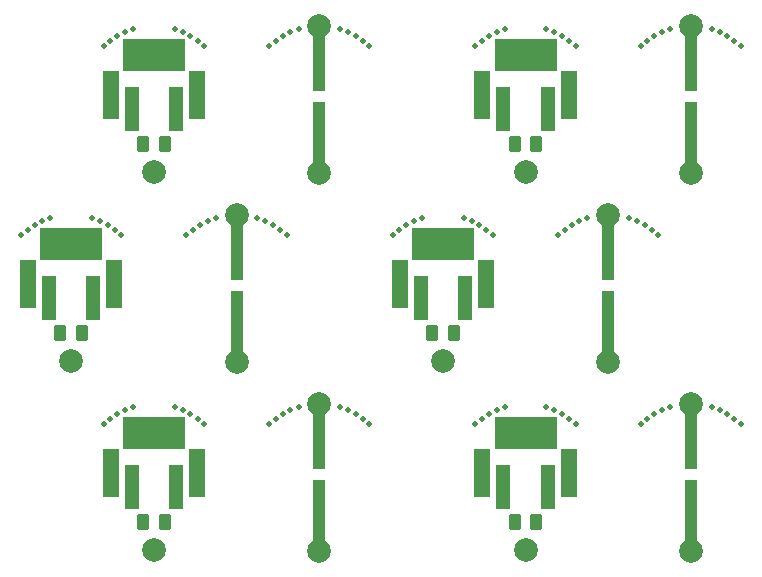
<source format=gbr>
%TF.GenerationSoftware,KiCad,Pcbnew,9.0.2*%
%TF.CreationDate,2025-08-05T01:23:02+01:00*%
%TF.ProjectId,led_jewellery,6c65645f-6a65-4776-956c-6c6572792e6b,rev?*%
%TF.SameCoordinates,Original*%
%TF.FileFunction,Soldermask,Top*%
%TF.FilePolarity,Negative*%
%FSLAX46Y46*%
G04 Gerber Fmt 4.6, Leading zero omitted, Abs format (unit mm)*
G04 Created by KiCad (PCBNEW 9.0.2) date 2025-08-05 01:23:02*
%MOMM*%
%LPD*%
G01*
G04 APERTURE LIST*
G04 Aperture macros list*
%AMRoundRect*
0 Rectangle with rounded corners*
0 $1 Rounding radius*
0 $2 $3 $4 $5 $6 $7 $8 $9 X,Y pos of 4 corners*
0 Add a 4 corners polygon primitive as box body*
4,1,4,$2,$3,$4,$5,$6,$7,$8,$9,$2,$3,0*
0 Add four circle primitives for the rounded corners*
1,1,$1+$1,$2,$3*
1,1,$1+$1,$4,$5*
1,1,$1+$1,$6,$7*
1,1,$1+$1,$8,$9*
0 Add four rect primitives between the rounded corners*
20,1,$1+$1,$2,$3,$4,$5,0*
20,1,$1+$1,$4,$5,$6,$7,0*
20,1,$1+$1,$6,$7,$8,$9,0*
20,1,$1+$1,$8,$9,$2,$3,0*%
G04 Aperture macros list end*
%ADD10C,0.500000*%
%ADD11R,1.205000X3.760000*%
%ADD12R,1.460000X4.190000*%
%ADD13R,5.330000X2.790000*%
%ADD14R,1.000000X5.500000*%
%ADD15RoundRect,0.250000X-0.262500X-0.450000X0.262500X-0.450000X0.262500X0.450000X-0.262500X0.450000X0*%
%ADD16C,2.000000*%
G04 APERTURE END LIST*
D10*
%TO.C,REF\u002A\u002A*%
X125907568Y-76755458D03*
X126557375Y-76417190D03*
X125303828Y-77170397D03*
X127243565Y-76160634D03*
X124755157Y-77655821D03*
%TD*%
%TO.C,REF\u002A\u002A*%
X100624461Y-76755488D03*
X101228200Y-77170426D03*
X99974653Y-76417219D03*
X101776872Y-77655850D03*
X99288463Y-76160664D03*
%TD*%
D11*
%TO.C,SW6*%
X130870296Y-114953462D03*
X127125296Y-114953462D03*
D12*
X132647796Y-113773462D03*
D13*
X128997796Y-110358462D03*
D12*
X125347796Y-113773462D03*
%TD*%
D10*
%TO.C,REF\u002A\u002A*%
X146088025Y-76755459D03*
X146691764Y-77170397D03*
X145438217Y-76417190D03*
X147240436Y-77655821D03*
X144752027Y-76160635D03*
%TD*%
D14*
%TO.C,D1*%
X104533871Y-94698773D03*
X104533871Y-101098773D03*
%TD*%
D10*
%TO.C,REF\u002A\u002A*%
X132907188Y-92755761D03*
X133556995Y-92417493D03*
X132303448Y-93170700D03*
X134243185Y-92160937D03*
X131754777Y-93656124D03*
%TD*%
%TO.C,REF\u002A\u002A*%
X107624419Y-92755829D03*
X108228158Y-93170767D03*
X106974611Y-92417560D03*
X108776830Y-93656191D03*
X106288421Y-92161005D03*
%TD*%
%TO.C,REF\u002A\u002A*%
X139907230Y-108755420D03*
X140557037Y-108417152D03*
X139303490Y-109170359D03*
X141243227Y-108160596D03*
X138754819Y-109655783D03*
%TD*%
D14*
%TO.C,D1*%
X142997477Y-110698403D03*
X142997477Y-117098403D03*
%TD*%
D10*
%TO.C,REF\u002A\u002A*%
X114624461Y-76755488D03*
X115228200Y-77170426D03*
X113974653Y-76417219D03*
X115776872Y-77655850D03*
X113288463Y-76160664D03*
%TD*%
D11*
%TO.C,SW3*%
X99406732Y-114953491D03*
X95661732Y-114953491D03*
D12*
X101184232Y-113773491D03*
D13*
X97534232Y-110358491D03*
D12*
X93884232Y-113773491D03*
%TD*%
D15*
%TO.C,R3*%
X96621732Y-117898491D03*
X98446732Y-117898491D03*
%TD*%
%TO.C,R4*%
X128085296Y-85898462D03*
X129910296Y-85898462D03*
%TD*%
D10*
%TO.C,REF\u002A\u002A*%
X125087983Y-92755800D03*
X125691722Y-93170738D03*
X124438175Y-92417531D03*
X126240394Y-93656162D03*
X123751985Y-92160976D03*
%TD*%
%TO.C,REF\u002A\u002A*%
X94444004Y-76755487D03*
X95093811Y-76417219D03*
X93840264Y-77170426D03*
X95780001Y-76160663D03*
X93291593Y-77655850D03*
%TD*%
D14*
%TO.C,D1*%
X111533913Y-78698432D03*
X111533913Y-85098432D03*
%TD*%
D10*
%TO.C,REF\u002A\u002A*%
X132088025Y-108755459D03*
X132691764Y-109170397D03*
X131438217Y-108417190D03*
X133240436Y-109655821D03*
X130752027Y-108160635D03*
%TD*%
%TO.C,REF\u002A\u002A*%
X100624461Y-108755488D03*
X101228200Y-109170426D03*
X99974653Y-108417219D03*
X101776872Y-109655850D03*
X99288463Y-108160664D03*
%TD*%
%TO.C,REF\u002A\u002A*%
X125907568Y-108755458D03*
X126557375Y-108417190D03*
X125303828Y-109170397D03*
X127243565Y-108160634D03*
X124755157Y-109655821D03*
%TD*%
%TO.C,REF\u002A\u002A*%
X139087983Y-92755800D03*
X139691722Y-93170738D03*
X138438175Y-92417531D03*
X140240394Y-93656162D03*
X137751985Y-92160976D03*
%TD*%
D15*
%TO.C,R6*%
X128085296Y-117898462D03*
X129910296Y-117898462D03*
%TD*%
%TO.C,R5*%
X121085254Y-101898803D03*
X122910254Y-101898803D03*
%TD*%
D14*
%TO.C,D1*%
X111533913Y-110698432D03*
X111533913Y-117098432D03*
%TD*%
D10*
%TO.C,REF\u002A\u002A*%
X94444004Y-108755487D03*
X95093811Y-108417219D03*
X93840264Y-109170426D03*
X95780001Y-108160663D03*
X93291593Y-109655850D03*
%TD*%
%TO.C,REF\u002A\u002A*%
X101443624Y-92755790D03*
X102093431Y-92417522D03*
X100839884Y-93170729D03*
X102779621Y-92160966D03*
X100291213Y-93656153D03*
%TD*%
%TO.C,REF\u002A\u002A*%
X118907526Y-92755799D03*
X119557333Y-92417531D03*
X118303786Y-93170738D03*
X120243523Y-92160975D03*
X117755115Y-93656162D03*
%TD*%
%TO.C,REF\u002A\u002A*%
X108443666Y-108755449D03*
X109093473Y-108417181D03*
X107839926Y-109170388D03*
X109779663Y-108160625D03*
X107291255Y-109655812D03*
%TD*%
D11*
%TO.C,SW2*%
X92406690Y-98953832D03*
X88661690Y-98953832D03*
D12*
X94184190Y-97773832D03*
D13*
X90534190Y-94358832D03*
D12*
X86884190Y-97773832D03*
%TD*%
D10*
%TO.C,REF\u002A\u002A*%
X132088025Y-76755459D03*
X132691764Y-77170397D03*
X131438217Y-76417190D03*
X133240436Y-77655821D03*
X130752027Y-76160635D03*
%TD*%
%TO.C,REF\u002A\u002A*%
X87443962Y-92755828D03*
X88093769Y-92417560D03*
X86840222Y-93170767D03*
X88779959Y-92161004D03*
X86291551Y-93656191D03*
%TD*%
D14*
%TO.C,D1*%
X135997435Y-94698744D03*
X135997435Y-101098744D03*
%TD*%
D10*
%TO.C,REF\u002A\u002A*%
X108443666Y-76755449D03*
X109093473Y-76417181D03*
X107839926Y-77170388D03*
X109779663Y-76160625D03*
X107291255Y-77655812D03*
%TD*%
%TO.C,REF\u002A\u002A*%
X114624461Y-108755488D03*
X115228200Y-109170426D03*
X113974653Y-108417219D03*
X115776872Y-109655850D03*
X113288463Y-108160664D03*
%TD*%
D11*
%TO.C,SW4*%
X130870296Y-82953462D03*
X127125296Y-82953462D03*
D12*
X132647796Y-81773462D03*
D13*
X128997796Y-78358462D03*
D12*
X125347796Y-81773462D03*
%TD*%
D15*
%TO.C,R2*%
X89621690Y-101898832D03*
X91446690Y-101898832D03*
%TD*%
D14*
%TO.C,D1*%
X142997477Y-78698403D03*
X142997477Y-85098403D03*
%TD*%
D15*
%TO.C,R1*%
X96621732Y-85898491D03*
X98446732Y-85898491D03*
%TD*%
D10*
%TO.C,REF\u002A\u002A*%
X139907230Y-76755420D03*
X140557037Y-76417152D03*
X139303490Y-77170359D03*
X141243227Y-76160596D03*
X138754819Y-77655783D03*
%TD*%
%TO.C,REF\u002A\u002A*%
X146088025Y-108755459D03*
X146691764Y-109170397D03*
X145438217Y-108417190D03*
X147240436Y-109655821D03*
X144752027Y-108160635D03*
%TD*%
D11*
%TO.C,SW1*%
X99406732Y-82953491D03*
X95661732Y-82953491D03*
D12*
X101184232Y-81773491D03*
D13*
X97534232Y-78358491D03*
D12*
X93884232Y-81773491D03*
%TD*%
D11*
%TO.C,SW5*%
X123870254Y-98953803D03*
X120125254Y-98953803D03*
D12*
X125647754Y-97773803D03*
D13*
X121997754Y-94358803D03*
D12*
X118347754Y-97773803D03*
%TD*%
D10*
%TO.C,REF\u002A\u002A*%
X93624419Y-92755829D03*
X94228158Y-93170767D03*
X92974611Y-92417560D03*
X94776830Y-93656191D03*
X92288421Y-92161005D03*
%TD*%
D16*
X142997478Y-88422403D03*
X90534190Y-104325832D03*
X111533914Y-120422432D03*
X128997796Y-88325462D03*
X111533914Y-88422432D03*
X135997436Y-104422744D03*
X104533872Y-104422773D03*
X97534232Y-88325491D03*
X97534232Y-120325491D03*
X128997796Y-120325462D03*
X121997754Y-104325803D03*
X142997478Y-120422403D03*
X142997478Y-107898403D03*
X111533914Y-107898432D03*
X111533914Y-75898432D03*
X135997436Y-91898744D03*
X104533872Y-91898773D03*
X142997478Y-75898403D03*
M02*

</source>
